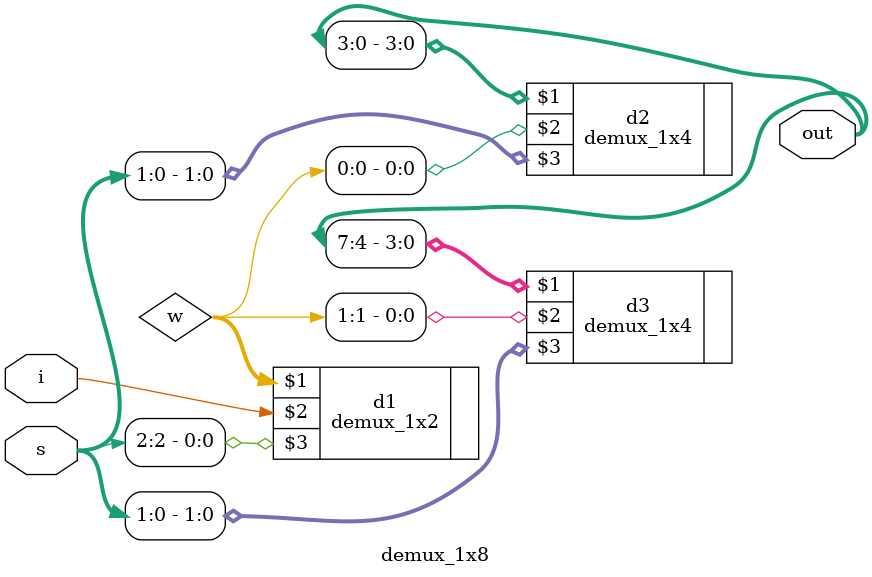
<source format=v>
/* using two 1x4 demux and one 1x2 demux */

module demux_1x8(out, i, s);

input i;
input [2:0] s;

output [7:0] out;

wire [1:0] w;

demux_1x2 d1(w, i, s[2]);
demux_1x4 d2(out[3:0], w[0], s[1:0]);
demux_1x4 d3(out[7:4], w[1], s[1:0]);

endmodule

/*
module testbench;

reg i;
reg [2:0] s;
wire [7:0] w;

demux_1x8 d1(out, i, s);

initial begin

     i = 1; s = 3'b000;
#100 i = 1; s = 3'b001;
#100 i = 1; s = 3'b010;
#100 i = 1; s = 3'b011;
#100 i = 1; s = 3'b100;
#100 i = 1; s = 3'b101;
#100 i = 1; s = 3'b110;
#100 i = 1; s = 3'b111;
end

*/
</source>
